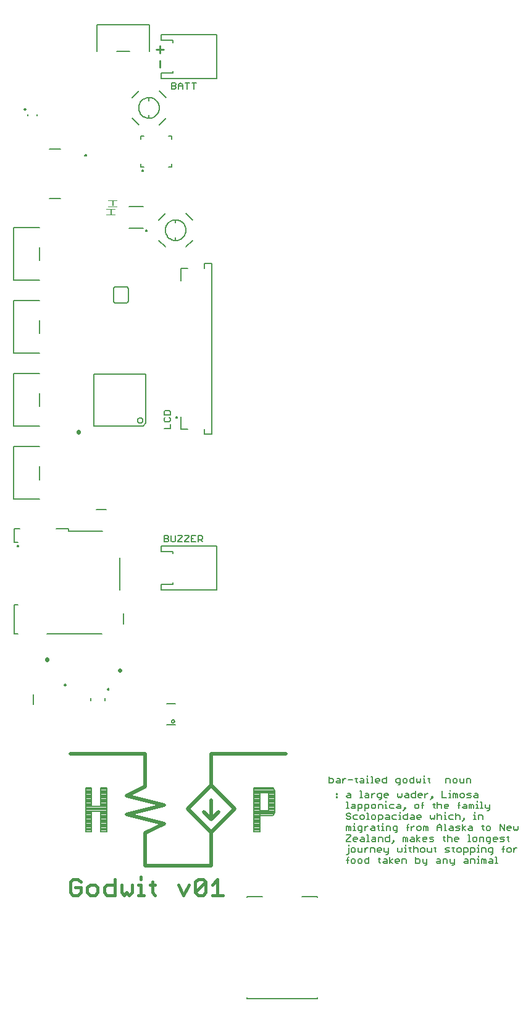
<source format=gto>
G75*
G70*
%OFA0B0*%
%FSLAX24Y24*%
%IPPOS*%
%LPD*%
%AMOC8*
5,1,8,0,0,1.08239X$1,22.5*
%
%ADD10C,0.0150*%
%ADD11C,0.0080*%
%ADD12C,0.0060*%
%ADD13C,0.0100*%
%ADD14C,0.0050*%
%ADD15C,0.0040*%
%ADD16R,0.0050X0.0305*%
%ADD17C,0.0220*%
%ADD18C,0.0200*%
D10*
X007361Y005869D02*
X007503Y005727D01*
X007786Y005727D01*
X007928Y005869D01*
X007928Y006152D01*
X007644Y006152D01*
X007361Y006436D02*
X007361Y005869D01*
X007361Y006436D02*
X007503Y006578D01*
X007786Y006578D01*
X007928Y006436D01*
X008282Y006152D02*
X008282Y005869D01*
X008423Y005727D01*
X008707Y005727D01*
X008849Y005869D01*
X008849Y006152D01*
X008707Y006294D01*
X008423Y006294D01*
X008282Y006152D01*
X009202Y006152D02*
X009344Y006294D01*
X009770Y006294D01*
X009770Y006578D02*
X009770Y005727D01*
X009344Y005727D01*
X009202Y005869D01*
X009202Y006152D01*
X010123Y006294D02*
X010123Y005869D01*
X010265Y005727D01*
X010407Y005869D01*
X010549Y005727D01*
X010690Y005869D01*
X010690Y006294D01*
X011044Y006294D02*
X011186Y006294D01*
X011186Y005727D01*
X011044Y005727D02*
X011328Y005727D01*
X011658Y006294D02*
X011941Y006294D01*
X011800Y006436D02*
X011800Y005869D01*
X011941Y005727D01*
X011186Y006578D02*
X011186Y006719D01*
X013193Y006294D02*
X013476Y005727D01*
X013760Y006294D01*
X014113Y006436D02*
X014255Y006578D01*
X014539Y006578D01*
X014680Y006436D01*
X014113Y005869D01*
X014255Y005727D01*
X014539Y005727D01*
X014680Y005869D01*
X014680Y006436D01*
X014113Y006436D02*
X014113Y005869D01*
X015034Y005727D02*
X015601Y005727D01*
X015318Y005727D02*
X015318Y006578D01*
X015034Y006294D01*
D11*
X016912Y005652D02*
X016912Y005612D01*
X016912Y005652D02*
X017739Y005652D01*
X019865Y005652D02*
X020691Y005652D01*
X020691Y005612D01*
X018299Y010037D02*
X018266Y010026D01*
X018231Y010022D01*
X017601Y010022D01*
X017601Y010297D01*
X018073Y010297D01*
X018073Y011242D01*
X017601Y011242D01*
X017601Y009156D01*
X017286Y009156D01*
X017286Y011518D01*
X018231Y011518D01*
X018266Y011514D01*
X018299Y011502D01*
X018329Y011484D01*
X018354Y011459D01*
X018373Y011429D01*
X018384Y011396D01*
X018388Y011360D01*
X018388Y010179D01*
X018384Y010144D01*
X018373Y010111D01*
X018354Y010081D01*
X018329Y010056D01*
X018299Y010037D01*
X018281Y010031D02*
X017601Y010031D01*
X017286Y010031D01*
X017286Y009953D02*
X017601Y009953D01*
X017601Y009874D02*
X017286Y009874D01*
X017286Y009796D02*
X017601Y009796D01*
X017601Y009717D02*
X017286Y009717D01*
X017286Y009639D02*
X017601Y009639D01*
X017601Y009560D02*
X017286Y009560D01*
X017286Y009482D02*
X017601Y009482D01*
X017601Y009403D02*
X017286Y009403D01*
X017286Y009325D02*
X017601Y009325D01*
X017601Y009246D02*
X017286Y009246D01*
X017286Y009168D02*
X017601Y009168D01*
X017601Y010110D02*
X017286Y010110D01*
X017286Y010188D02*
X017601Y010188D01*
X018388Y010188D01*
X018388Y010267D02*
X017601Y010267D01*
X017286Y010267D01*
X017286Y010345D02*
X017601Y010345D01*
X017601Y010424D02*
X017286Y010424D01*
X017286Y010502D02*
X017601Y010502D01*
X017601Y010581D02*
X017286Y010581D01*
X017286Y010659D02*
X017601Y010659D01*
X017601Y010738D02*
X017286Y010738D01*
X017286Y010816D02*
X017601Y010816D01*
X017601Y010895D02*
X017286Y010895D01*
X017286Y010973D02*
X017601Y010973D01*
X017601Y011052D02*
X017286Y011052D01*
X017286Y011130D02*
X017601Y011130D01*
X017601Y011209D02*
X017286Y011209D01*
X017286Y011287D02*
X018388Y011287D01*
X018388Y011209D02*
X018073Y011209D01*
X018073Y011130D02*
X018388Y011130D01*
X018388Y011052D02*
X018073Y011052D01*
X018073Y010973D02*
X018388Y010973D01*
X018388Y010895D02*
X018073Y010895D01*
X018073Y010816D02*
X018388Y010816D01*
X018388Y010738D02*
X018073Y010738D01*
X018073Y010659D02*
X018388Y010659D01*
X018388Y010581D02*
X018073Y010581D01*
X018073Y010502D02*
X018388Y010502D01*
X018388Y010424D02*
X018073Y010424D01*
X018073Y010345D02*
X018388Y010345D01*
X018372Y010110D02*
X017601Y010110D01*
X017286Y011366D02*
X018388Y011366D01*
X018363Y011444D02*
X017286Y011444D01*
X013034Y014923D02*
X012561Y014923D01*
X012837Y015101D02*
X012839Y015119D01*
X012845Y015135D01*
X012854Y015150D01*
X012867Y015163D01*
X012882Y015172D01*
X012898Y015178D01*
X012916Y015180D01*
X012934Y015178D01*
X012950Y015172D01*
X012965Y015163D01*
X012978Y015150D01*
X012987Y015135D01*
X012993Y015119D01*
X012995Y015101D01*
X012993Y015083D01*
X012987Y015067D01*
X012978Y015052D01*
X012965Y015039D01*
X012950Y015030D01*
X012934Y015024D01*
X012916Y015022D01*
X012898Y015024D01*
X012882Y015030D01*
X012867Y015039D01*
X012854Y015052D01*
X012845Y015067D01*
X012839Y015083D01*
X012837Y015101D01*
X013034Y016065D02*
X012561Y016065D01*
X010239Y020337D02*
X010239Y020927D01*
X010042Y022187D02*
X010042Y023920D01*
X009097Y025337D02*
X007286Y025337D01*
X007286Y025494D01*
X006617Y025494D01*
X005711Y027069D02*
X004294Y027069D01*
X004294Y029904D01*
X005711Y029904D01*
X005711Y028841D02*
X005711Y028132D01*
X004648Y025494D02*
X004333Y025494D01*
X004333Y024746D01*
X004530Y024746D01*
X004491Y024549D02*
X004493Y024561D01*
X004498Y024572D01*
X004507Y024581D01*
X004518Y024586D01*
X004530Y024588D01*
X004542Y024586D01*
X004553Y024581D01*
X004562Y024572D01*
X004567Y024561D01*
X004569Y024549D01*
X004567Y024537D01*
X004562Y024526D01*
X004553Y024517D01*
X004542Y024512D01*
X004530Y024510D01*
X004518Y024512D01*
X004507Y024517D01*
X004498Y024526D01*
X004493Y024537D01*
X004491Y024549D01*
X004530Y021400D02*
X004333Y021400D01*
X004333Y019825D01*
X004530Y019825D01*
X006105Y019825D02*
X009058Y019825D01*
X009373Y016833D02*
X009375Y016845D01*
X009380Y016856D01*
X009389Y016865D01*
X009400Y016870D01*
X009412Y016872D01*
X009424Y016870D01*
X009435Y016865D01*
X009444Y016856D01*
X009449Y016845D01*
X009451Y016833D01*
X009449Y016821D01*
X009444Y016810D01*
X009435Y016801D01*
X009424Y016796D01*
X009412Y016794D01*
X009400Y016796D01*
X009389Y016801D01*
X009380Y016810D01*
X009375Y016821D01*
X009373Y016833D01*
X009254Y016360D02*
X009254Y016203D01*
X008467Y016203D02*
X008467Y016360D01*
X007050Y017069D02*
X007052Y017081D01*
X007057Y017092D01*
X007066Y017101D01*
X007077Y017106D01*
X007089Y017108D01*
X007101Y017106D01*
X007112Y017101D01*
X007121Y017092D01*
X007126Y017081D01*
X007128Y017069D01*
X007126Y017057D01*
X007121Y017046D01*
X007112Y017037D01*
X007101Y017032D01*
X007089Y017030D01*
X007077Y017032D01*
X007066Y017037D01*
X007057Y017046D01*
X007052Y017057D01*
X007050Y017069D01*
X005357Y016557D02*
X005357Y016006D01*
X008191Y011518D02*
X008191Y009156D01*
X008506Y009156D01*
X008506Y010258D01*
X009018Y010258D01*
X009018Y009156D01*
X009333Y009156D01*
X009333Y011518D01*
X009018Y011518D01*
X009018Y010534D01*
X008506Y010534D01*
X008506Y011518D01*
X008191Y011518D01*
X008191Y011444D02*
X008506Y011444D01*
X008506Y011366D02*
X008191Y011366D01*
X008191Y011287D02*
X008506Y011287D01*
X008506Y011209D02*
X008191Y011209D01*
X008191Y011130D02*
X008506Y011130D01*
X008506Y011052D02*
X008191Y011052D01*
X008191Y010973D02*
X008506Y010973D01*
X008506Y010895D02*
X008191Y010895D01*
X008191Y010816D02*
X008506Y010816D01*
X008506Y010738D02*
X008191Y010738D01*
X008191Y010659D02*
X008506Y010659D01*
X008506Y010581D02*
X008191Y010581D01*
X008191Y010502D02*
X009333Y010502D01*
X009333Y010424D02*
X008191Y010424D01*
X008191Y010345D02*
X009333Y010345D01*
X009333Y010267D02*
X008191Y010267D01*
X008191Y010188D02*
X008506Y010188D01*
X008506Y010110D02*
X008191Y010110D01*
X008191Y010031D02*
X008506Y010031D01*
X008506Y009953D02*
X008191Y009953D01*
X008191Y009874D02*
X008506Y009874D01*
X008506Y009796D02*
X008191Y009796D01*
X008191Y009717D02*
X008506Y009717D01*
X008506Y009639D02*
X008191Y009639D01*
X008191Y009560D02*
X008506Y009560D01*
X008506Y009482D02*
X008191Y009482D01*
X008191Y009403D02*
X008506Y009403D01*
X008506Y009325D02*
X008191Y009325D01*
X008191Y009246D02*
X008506Y009246D01*
X008506Y009168D02*
X008191Y009168D01*
X009018Y009168D02*
X009333Y009168D01*
X009333Y009246D02*
X009018Y009246D01*
X009018Y009325D02*
X009333Y009325D01*
X009333Y009403D02*
X009018Y009403D01*
X009018Y009482D02*
X009333Y009482D01*
X009333Y009560D02*
X009018Y009560D01*
X009018Y009639D02*
X009333Y009639D01*
X009333Y009717D02*
X009018Y009717D01*
X009018Y009796D02*
X009333Y009796D01*
X009333Y009874D02*
X009018Y009874D01*
X009018Y009953D02*
X009333Y009953D01*
X009333Y010031D02*
X009018Y010031D01*
X009018Y010110D02*
X009333Y010110D01*
X009333Y010188D02*
X009018Y010188D01*
X009018Y010581D02*
X009333Y010581D01*
X009333Y010659D02*
X009018Y010659D01*
X009018Y010738D02*
X009333Y010738D01*
X009333Y010816D02*
X009018Y010816D01*
X009018Y010895D02*
X009333Y010895D01*
X009333Y010973D02*
X009018Y010973D01*
X009018Y011052D02*
X009333Y011052D01*
X009333Y011130D02*
X009018Y011130D01*
X009018Y011209D02*
X009333Y011209D01*
X009333Y011287D02*
X009018Y011287D01*
X009018Y011366D02*
X009333Y011366D01*
X009333Y011444D02*
X009018Y011444D01*
X016912Y000219D02*
X016912Y000140D01*
X020691Y000140D01*
X020691Y000219D01*
X009294Y026518D02*
X008782Y026518D01*
X005711Y031006D02*
X004294Y031006D01*
X004294Y033841D01*
X005711Y033841D01*
X005711Y032778D02*
X005711Y032069D01*
X005711Y034943D02*
X004294Y034943D01*
X004294Y037778D01*
X005711Y037778D01*
X005711Y036715D02*
X005711Y036006D01*
X005711Y038880D02*
X004294Y038880D01*
X004294Y041715D01*
X005711Y041715D01*
X005711Y040652D02*
X005711Y039943D01*
X006223Y043290D02*
X006853Y043290D01*
X008152Y045612D02*
X008154Y045624D01*
X008159Y045635D01*
X008168Y045644D01*
X008179Y045649D01*
X008191Y045651D01*
X008203Y045649D01*
X008214Y045644D01*
X008223Y045635D01*
X008228Y045624D01*
X008230Y045612D01*
X008228Y045600D01*
X008223Y045589D01*
X008214Y045580D01*
X008203Y045575D01*
X008191Y045573D01*
X008179Y045575D01*
X008168Y045580D01*
X008159Y045589D01*
X008154Y045600D01*
X008152Y045612D01*
X006853Y045967D02*
X006223Y045967D01*
X005563Y047740D02*
X005563Y047815D01*
X005071Y047815D02*
X005071Y047740D01*
X004885Y048093D02*
X004887Y048105D01*
X004892Y048116D01*
X004901Y048125D01*
X004912Y048130D01*
X004924Y048132D01*
X004936Y048130D01*
X004947Y048125D01*
X004956Y048116D01*
X004961Y048105D01*
X004963Y048093D01*
X004961Y048081D01*
X004956Y048070D01*
X004947Y048061D01*
X004936Y048056D01*
X004924Y048054D01*
X004912Y048056D01*
X004901Y048061D01*
X004892Y048070D01*
X004887Y048081D01*
X004885Y048093D01*
X008802Y051223D02*
X008802Y052640D01*
X011636Y052640D01*
X011636Y051223D01*
X010573Y051223D02*
X009865Y051223D01*
X011065Y049077D02*
X010711Y048723D01*
X011617Y048723D02*
X011617Y048565D01*
X011060Y048171D02*
X011062Y048218D01*
X011068Y048264D01*
X011077Y048310D01*
X011091Y048354D01*
X011108Y048398D01*
X011129Y048439D01*
X011153Y048479D01*
X011180Y048517D01*
X011211Y048552D01*
X011244Y048585D01*
X011280Y048615D01*
X011319Y048641D01*
X011359Y048665D01*
X011401Y048684D01*
X011445Y048701D01*
X011490Y048713D01*
X011536Y048722D01*
X011582Y048727D01*
X011629Y048728D01*
X011675Y048725D01*
X011721Y048718D01*
X011767Y048707D01*
X011811Y048693D01*
X011854Y048675D01*
X011895Y048653D01*
X011935Y048628D01*
X011972Y048600D01*
X012007Y048569D01*
X012039Y048535D01*
X012068Y048498D01*
X012093Y048460D01*
X012116Y048419D01*
X012135Y048376D01*
X012150Y048332D01*
X012162Y048287D01*
X012170Y048241D01*
X012174Y048194D01*
X012174Y048148D01*
X012170Y048101D01*
X012162Y048055D01*
X012150Y048010D01*
X012135Y047966D01*
X012116Y047923D01*
X012093Y047882D01*
X012068Y047844D01*
X012039Y047807D01*
X012007Y047773D01*
X011972Y047742D01*
X011935Y047714D01*
X011896Y047689D01*
X011854Y047667D01*
X011811Y047649D01*
X011767Y047635D01*
X011721Y047624D01*
X011675Y047617D01*
X011629Y047614D01*
X011582Y047615D01*
X011536Y047620D01*
X011490Y047629D01*
X011445Y047641D01*
X011401Y047658D01*
X011359Y047677D01*
X011319Y047701D01*
X011280Y047727D01*
X011244Y047757D01*
X011211Y047790D01*
X011180Y047825D01*
X011153Y047863D01*
X011129Y047903D01*
X011108Y047944D01*
X011091Y047988D01*
X011077Y048032D01*
X011068Y048078D01*
X011062Y048124D01*
X011060Y048171D01*
X010711Y047620D02*
X011065Y047266D01*
X011184Y046636D02*
X011341Y046636D01*
X011184Y046636D02*
X011184Y046479D01*
X011617Y047620D02*
X011617Y047778D01*
X012168Y047266D02*
X012522Y047620D01*
X012680Y046636D02*
X012837Y046636D01*
X012837Y046479D01*
X012837Y045140D02*
X012837Y044983D01*
X012680Y044983D01*
X011341Y044983D02*
X011184Y044983D01*
X011184Y045140D01*
X011223Y044786D02*
X011225Y044798D01*
X011230Y044809D01*
X011239Y044818D01*
X011250Y044823D01*
X011262Y044825D01*
X011274Y044823D01*
X011285Y044818D01*
X011294Y044809D01*
X011299Y044798D01*
X011301Y044786D01*
X011299Y044774D01*
X011294Y044763D01*
X011285Y044754D01*
X011274Y044749D01*
X011262Y044747D01*
X011250Y044749D01*
X011239Y044754D01*
X011230Y044763D01*
X011225Y044774D01*
X011223Y044786D01*
X011321Y042857D02*
X010534Y042857D01*
X010534Y041675D02*
X011321Y041675D01*
X011440Y041557D02*
X011442Y041569D01*
X011447Y041580D01*
X011456Y041589D01*
X011467Y041594D01*
X011479Y041596D01*
X011491Y041594D01*
X011502Y041589D01*
X011511Y041580D01*
X011516Y041569D01*
X011518Y041557D01*
X011516Y041545D01*
X011511Y041534D01*
X011502Y041525D01*
X011491Y041520D01*
X011479Y041518D01*
X011467Y041520D01*
X011456Y041525D01*
X011447Y041534D01*
X011442Y041545D01*
X011440Y041557D01*
X012148Y041026D02*
X012502Y040671D01*
X013054Y041026D02*
X013054Y041183D01*
X012497Y041577D02*
X012499Y041624D01*
X012505Y041670D01*
X012514Y041716D01*
X012528Y041760D01*
X012545Y041804D01*
X012566Y041845D01*
X012590Y041885D01*
X012617Y041923D01*
X012648Y041958D01*
X012681Y041991D01*
X012717Y042021D01*
X012756Y042047D01*
X012796Y042071D01*
X012838Y042090D01*
X012882Y042107D01*
X012927Y042119D01*
X012973Y042128D01*
X013019Y042133D01*
X013066Y042134D01*
X013112Y042131D01*
X013158Y042124D01*
X013204Y042113D01*
X013248Y042099D01*
X013291Y042081D01*
X013332Y042059D01*
X013372Y042034D01*
X013409Y042006D01*
X013444Y041975D01*
X013476Y041941D01*
X013505Y041904D01*
X013530Y041866D01*
X013553Y041825D01*
X013572Y041782D01*
X013587Y041738D01*
X013599Y041693D01*
X013607Y041647D01*
X013611Y041600D01*
X013611Y041554D01*
X013607Y041507D01*
X013599Y041461D01*
X013587Y041416D01*
X013572Y041372D01*
X013553Y041329D01*
X013530Y041288D01*
X013505Y041250D01*
X013476Y041213D01*
X013444Y041179D01*
X013409Y041148D01*
X013372Y041120D01*
X013333Y041095D01*
X013291Y041073D01*
X013248Y041055D01*
X013204Y041041D01*
X013158Y041030D01*
X013112Y041023D01*
X013066Y041020D01*
X013019Y041021D01*
X012973Y041026D01*
X012927Y041035D01*
X012882Y041047D01*
X012838Y041064D01*
X012796Y041083D01*
X012756Y041107D01*
X012717Y041133D01*
X012681Y041163D01*
X012648Y041196D01*
X012617Y041231D01*
X012590Y041269D01*
X012566Y041309D01*
X012545Y041350D01*
X012528Y041394D01*
X012514Y041438D01*
X012505Y041484D01*
X012499Y041530D01*
X012497Y041577D01*
X012148Y042128D02*
X012502Y042483D01*
X013054Y042128D02*
X013054Y041971D01*
X013605Y042483D02*
X013959Y042128D01*
X013959Y041026D02*
X013605Y040671D01*
X013703Y039510D02*
X013349Y039510D01*
X013349Y038841D01*
X014609Y039510D02*
X014609Y039786D01*
X015002Y039786D01*
X015002Y030573D01*
X014609Y030573D01*
X014609Y030849D01*
X013703Y030849D02*
X013349Y030849D01*
X013349Y031518D01*
X013074Y031479D02*
X013076Y031491D01*
X013081Y031502D01*
X013090Y031511D01*
X013101Y031516D01*
X013113Y031518D01*
X013125Y031516D01*
X013136Y031511D01*
X013145Y031502D01*
X013150Y031491D01*
X013152Y031479D01*
X013150Y031467D01*
X013145Y031456D01*
X013136Y031447D01*
X013125Y031442D01*
X013113Y031440D01*
X013101Y031442D01*
X013090Y031447D01*
X013081Y031456D01*
X013076Y031467D01*
X013074Y031479D01*
X012522Y048723D02*
X012168Y049077D01*
D12*
X012828Y049186D02*
X012998Y049186D01*
X013055Y049242D01*
X013055Y049299D01*
X012998Y049356D01*
X012828Y049356D01*
X012998Y049356D02*
X013055Y049413D01*
X013055Y049469D01*
X012998Y049526D01*
X012828Y049526D01*
X012828Y049186D01*
X013196Y049186D02*
X013196Y049413D01*
X013309Y049526D01*
X013423Y049413D01*
X013423Y049186D01*
X013423Y049356D02*
X013196Y049356D01*
X013564Y049526D02*
X013791Y049526D01*
X013678Y049526D02*
X013678Y049186D01*
X013933Y049526D02*
X014159Y049526D01*
X014046Y049526D02*
X014046Y049186D01*
X010396Y038526D02*
X009806Y038526D01*
X009805Y038527D02*
X009787Y038523D01*
X009769Y038517D01*
X009752Y038507D01*
X009738Y038495D01*
X009725Y038480D01*
X009716Y038464D01*
X009710Y038446D01*
X009706Y038427D01*
X009706Y038408D01*
X009707Y038408D02*
X009707Y037778D01*
X009706Y037778D02*
X009706Y037759D01*
X009710Y037740D01*
X009716Y037722D01*
X009726Y037706D01*
X009738Y037691D01*
X009752Y037679D01*
X009769Y037669D01*
X009786Y037663D01*
X009805Y037659D01*
X009806Y037660D02*
X010396Y037660D01*
X010396Y037659D02*
X010415Y037663D01*
X010432Y037669D01*
X010449Y037679D01*
X010463Y037691D01*
X010475Y037706D01*
X010485Y037722D01*
X010491Y037740D01*
X010495Y037759D01*
X010495Y037778D01*
X010495Y038408D01*
X010495Y038427D01*
X010491Y038446D01*
X010485Y038464D01*
X010475Y038480D01*
X010463Y038495D01*
X010449Y038507D01*
X010432Y038517D01*
X010415Y038523D01*
X010396Y038527D01*
X011442Y033823D02*
X008642Y033823D01*
X008642Y031023D01*
X011292Y031023D01*
X011442Y031173D01*
X011442Y033823D01*
X012484Y031842D02*
X012427Y031785D01*
X012427Y031615D01*
X012768Y031615D01*
X012768Y031785D01*
X012711Y031842D01*
X012484Y031842D01*
X012484Y031474D02*
X012427Y031417D01*
X012427Y031304D01*
X012484Y031247D01*
X012711Y031247D01*
X012768Y031304D01*
X012768Y031417D01*
X012711Y031474D01*
X012768Y031106D02*
X012768Y030879D01*
X012427Y030879D01*
X011001Y031323D02*
X011003Y031346D01*
X011009Y031369D01*
X011018Y031390D01*
X011031Y031410D01*
X011047Y031427D01*
X011065Y031441D01*
X011085Y031452D01*
X011107Y031460D01*
X011130Y031464D01*
X011154Y031464D01*
X011177Y031460D01*
X011199Y031452D01*
X011219Y031441D01*
X011237Y031427D01*
X011253Y031410D01*
X011266Y031390D01*
X011275Y031369D01*
X011281Y031346D01*
X011283Y031323D01*
X011281Y031300D01*
X011275Y031277D01*
X011266Y031256D01*
X011253Y031236D01*
X011237Y031219D01*
X011219Y031205D01*
X011199Y031194D01*
X011177Y031186D01*
X011154Y031182D01*
X011130Y031182D01*
X011107Y031186D01*
X011085Y031194D01*
X011065Y031205D01*
X011047Y031219D01*
X011031Y031236D01*
X011018Y031256D01*
X011009Y031277D01*
X011003Y031300D01*
X011001Y031323D01*
X012434Y025117D02*
X012604Y025117D01*
X012661Y025060D01*
X012661Y025003D01*
X012604Y024946D01*
X012434Y024946D01*
X012434Y024776D02*
X012604Y024776D01*
X012661Y024833D01*
X012661Y024890D01*
X012604Y024946D01*
X012802Y024833D02*
X012802Y025117D01*
X013029Y025117D02*
X013029Y024833D01*
X012972Y024776D01*
X012859Y024776D01*
X012802Y024833D01*
X013171Y024833D02*
X013171Y024776D01*
X013397Y024776D01*
X013539Y024776D02*
X013766Y024776D01*
X013907Y024776D02*
X014134Y024776D01*
X014276Y024776D02*
X014276Y025117D01*
X014446Y025117D01*
X014502Y025060D01*
X014502Y024946D01*
X014446Y024890D01*
X014276Y024890D01*
X014389Y024890D02*
X014502Y024776D01*
X014134Y025117D02*
X013907Y025117D01*
X013907Y024776D01*
X013907Y024946D02*
X014021Y024946D01*
X013766Y025060D02*
X013539Y024833D01*
X013539Y024776D01*
X013397Y025060D02*
X013171Y024833D01*
X013171Y025117D02*
X013397Y025117D01*
X013397Y025060D01*
X013539Y025117D02*
X013766Y025117D01*
X013766Y025060D01*
X012434Y025117D02*
X012434Y024776D01*
X021332Y012124D02*
X021332Y011784D01*
X021502Y011784D01*
X021558Y011841D01*
X021558Y011954D01*
X021502Y012011D01*
X021332Y012011D01*
X021700Y011841D02*
X021757Y011898D01*
X021927Y011898D01*
X021927Y011954D02*
X021927Y011784D01*
X021757Y011784D01*
X021700Y011841D01*
X021757Y012011D02*
X021870Y012011D01*
X021927Y011954D01*
X022068Y011898D02*
X022182Y012011D01*
X022238Y012011D01*
X022375Y011954D02*
X022602Y011954D01*
X022743Y012011D02*
X022857Y012011D01*
X022800Y012068D02*
X022800Y011841D01*
X022857Y011784D01*
X022989Y011841D02*
X023046Y011898D01*
X023216Y011898D01*
X023216Y011954D02*
X023216Y011784D01*
X023046Y011784D01*
X022989Y011841D01*
X023046Y012011D02*
X023159Y012011D01*
X023216Y011954D01*
X023357Y012011D02*
X023414Y012011D01*
X023414Y011784D01*
X023357Y011784D02*
X023471Y011784D01*
X023603Y011784D02*
X023716Y011784D01*
X023660Y011784D02*
X023660Y012124D01*
X023603Y012124D01*
X023414Y012124D02*
X023414Y012181D01*
X023848Y011954D02*
X023905Y012011D01*
X024019Y012011D01*
X024075Y011954D01*
X024075Y011898D01*
X023848Y011898D01*
X023848Y011954D02*
X023848Y011841D01*
X023905Y011784D01*
X024019Y011784D01*
X024217Y011841D02*
X024217Y011954D01*
X024273Y012011D01*
X024444Y012011D01*
X024444Y012124D02*
X024444Y011784D01*
X024273Y011784D01*
X024217Y011841D01*
X024162Y011224D02*
X023992Y011224D01*
X023935Y011167D01*
X023935Y011053D01*
X023992Y010997D01*
X024162Y010997D01*
X024162Y010940D02*
X024162Y011224D01*
X024304Y011167D02*
X024360Y011224D01*
X024474Y011224D01*
X024530Y011167D01*
X024530Y011110D01*
X024304Y011110D01*
X024304Y011053D02*
X024304Y011167D01*
X024304Y011053D02*
X024360Y010997D01*
X024474Y010997D01*
X024420Y010803D02*
X024420Y010747D01*
X024420Y010633D02*
X024420Y010406D01*
X024364Y010406D02*
X024477Y010406D01*
X024609Y010463D02*
X024666Y010406D01*
X024836Y010406D01*
X024977Y010463D02*
X025034Y010520D01*
X025204Y010520D01*
X025204Y010576D02*
X025204Y010406D01*
X025034Y010406D01*
X024977Y010463D01*
X025034Y010633D02*
X025148Y010633D01*
X025204Y010576D01*
X025403Y010463D02*
X025403Y010406D01*
X025459Y010406D01*
X025459Y010463D01*
X025403Y010463D01*
X025459Y010406D02*
X025346Y010293D01*
X025157Y010213D02*
X025157Y010156D01*
X025157Y010043D02*
X025157Y009816D01*
X025100Y009816D02*
X025214Y009816D01*
X025346Y009872D02*
X025346Y009986D01*
X025403Y010043D01*
X025573Y010043D01*
X025573Y010156D02*
X025573Y009816D01*
X025403Y009816D01*
X025346Y009872D01*
X025157Y010043D02*
X025100Y010043D01*
X024959Y010043D02*
X024789Y010043D01*
X024732Y009986D01*
X024732Y009872D01*
X024789Y009816D01*
X024959Y009816D01*
X024590Y009816D02*
X024420Y009816D01*
X024364Y009872D01*
X024420Y009929D01*
X024590Y009929D01*
X024590Y009986D02*
X024590Y009816D01*
X024590Y009986D02*
X024534Y010043D01*
X024420Y010043D01*
X024222Y009986D02*
X024222Y009872D01*
X024165Y009816D01*
X023995Y009816D01*
X023995Y009702D02*
X023995Y010043D01*
X024165Y010043D01*
X024222Y009986D01*
X024236Y009622D02*
X024236Y009565D01*
X024236Y009452D02*
X024236Y009225D01*
X024179Y009225D02*
X024293Y009225D01*
X024425Y009225D02*
X024425Y009452D01*
X024595Y009452D01*
X024652Y009395D01*
X024652Y009225D01*
X024793Y009282D02*
X024850Y009225D01*
X025020Y009225D01*
X025020Y009168D02*
X025020Y009452D01*
X024850Y009452D01*
X024793Y009395D01*
X024793Y009282D01*
X024907Y009112D02*
X024963Y009112D01*
X025020Y009168D01*
X025346Y008861D02*
X025403Y008861D01*
X025459Y008805D01*
X025516Y008861D01*
X025573Y008805D01*
X025573Y008635D01*
X025459Y008635D02*
X025459Y008805D01*
X025346Y008861D02*
X025346Y008635D01*
X025464Y008441D02*
X025464Y008384D01*
X025464Y008271D02*
X025464Y008044D01*
X025407Y008044D02*
X025521Y008044D01*
X025709Y008101D02*
X025766Y008044D01*
X025709Y008101D02*
X025709Y008328D01*
X025653Y008271D02*
X025766Y008271D01*
X025898Y008214D02*
X025955Y008271D01*
X026068Y008271D01*
X026125Y008214D01*
X026125Y008044D01*
X026267Y008101D02*
X026323Y008044D01*
X026437Y008044D01*
X026493Y008101D01*
X026493Y008214D01*
X026437Y008271D01*
X026323Y008271D01*
X026267Y008214D01*
X026267Y008101D01*
X026635Y008101D02*
X026692Y008044D01*
X026862Y008044D01*
X026862Y008271D01*
X027003Y008271D02*
X027117Y008271D01*
X027060Y008328D02*
X027060Y008101D01*
X027117Y008044D01*
X027183Y007680D02*
X027296Y007680D01*
X027353Y007624D01*
X027353Y007453D01*
X027183Y007453D01*
X027126Y007510D01*
X027183Y007567D01*
X027353Y007567D01*
X027494Y007680D02*
X027664Y007680D01*
X027721Y007624D01*
X027721Y007453D01*
X027863Y007510D02*
X027919Y007453D01*
X028089Y007453D01*
X028089Y007397D02*
X028089Y007680D01*
X027863Y007680D02*
X027863Y007510D01*
X027976Y007340D02*
X028033Y007340D01*
X028089Y007397D01*
X028599Y007510D02*
X028656Y007567D01*
X028826Y007567D01*
X028826Y007624D02*
X028826Y007453D01*
X028656Y007453D01*
X028599Y007510D01*
X028656Y007680D02*
X028769Y007680D01*
X028826Y007624D01*
X028968Y007680D02*
X029138Y007680D01*
X029194Y007624D01*
X029194Y007453D01*
X029336Y007453D02*
X029449Y007453D01*
X029393Y007453D02*
X029393Y007680D01*
X029336Y007680D01*
X029393Y007794D02*
X029393Y007850D01*
X029393Y008044D02*
X029393Y008271D01*
X029336Y008271D01*
X029393Y008384D02*
X029393Y008441D01*
X029459Y008635D02*
X029459Y008861D01*
X029629Y008861D01*
X029685Y008805D01*
X029685Y008635D01*
X029827Y008691D02*
X029884Y008635D01*
X030054Y008635D01*
X030054Y008578D02*
X030054Y008861D01*
X029884Y008861D01*
X029827Y008805D01*
X029827Y008691D01*
X029940Y008521D02*
X029997Y008521D01*
X030054Y008578D01*
X030195Y008691D02*
X030195Y008805D01*
X030252Y008861D01*
X030365Y008861D01*
X030422Y008805D01*
X030422Y008748D01*
X030195Y008748D01*
X030195Y008691D02*
X030252Y008635D01*
X030365Y008635D01*
X030564Y008635D02*
X030734Y008635D01*
X030790Y008691D01*
X030734Y008748D01*
X030620Y008748D01*
X030564Y008805D01*
X030620Y008861D01*
X030790Y008861D01*
X030932Y008861D02*
X031045Y008861D01*
X030989Y008918D02*
X030989Y008691D01*
X031045Y008635D01*
X030800Y008384D02*
X030743Y008328D01*
X030743Y008044D01*
X030686Y008214D02*
X030800Y008214D01*
X030932Y008214D02*
X030932Y008101D01*
X030989Y008044D01*
X031102Y008044D01*
X031159Y008101D01*
X031159Y008214D01*
X031102Y008271D01*
X030989Y008271D01*
X030932Y008214D01*
X031300Y008157D02*
X031414Y008271D01*
X031470Y008271D01*
X031300Y008271D02*
X031300Y008044D01*
X030431Y007453D02*
X030318Y007453D01*
X030375Y007453D02*
X030375Y007794D01*
X030318Y007794D01*
X030177Y007624D02*
X030177Y007453D01*
X030006Y007453D01*
X029950Y007510D01*
X030006Y007567D01*
X030177Y007567D01*
X030177Y007624D02*
X030120Y007680D01*
X030006Y007680D01*
X029808Y007624D02*
X029808Y007453D01*
X029695Y007453D02*
X029695Y007624D01*
X029752Y007680D01*
X029808Y007624D01*
X029695Y007624D02*
X029638Y007680D01*
X029581Y007680D01*
X029581Y007453D01*
X029581Y008044D02*
X029581Y008271D01*
X029752Y008271D01*
X029808Y008214D01*
X029808Y008044D01*
X029950Y008101D02*
X030006Y008044D01*
X030177Y008044D01*
X030177Y007987D02*
X030177Y008271D01*
X030006Y008271D01*
X029950Y008214D01*
X029950Y008101D01*
X030063Y007931D02*
X030120Y007931D01*
X030177Y007987D01*
X029449Y008044D02*
X029336Y008044D01*
X029194Y008101D02*
X029138Y008044D01*
X028968Y008044D01*
X028968Y007931D02*
X028968Y008271D01*
X029138Y008271D01*
X029194Y008214D01*
X029194Y008101D01*
X028826Y008101D02*
X028769Y008044D01*
X028599Y008044D01*
X028599Y007931D02*
X028599Y008271D01*
X028769Y008271D01*
X028826Y008214D01*
X028826Y008101D01*
X028458Y008101D02*
X028458Y008214D01*
X028401Y008271D01*
X028288Y008271D01*
X028231Y008214D01*
X028231Y008101D01*
X028288Y008044D01*
X028401Y008044D01*
X028458Y008101D01*
X028099Y008044D02*
X028042Y008101D01*
X028042Y008328D01*
X027985Y008271D02*
X028099Y008271D01*
X027844Y008271D02*
X027674Y008271D01*
X027617Y008214D01*
X027674Y008157D01*
X027787Y008157D01*
X027844Y008101D01*
X027787Y008044D01*
X027617Y008044D01*
X027494Y007680D02*
X027494Y007453D01*
X027608Y008635D02*
X027551Y008691D01*
X027551Y008918D01*
X027494Y008861D02*
X027608Y008861D01*
X027740Y008805D02*
X027797Y008861D01*
X027910Y008861D01*
X027967Y008805D01*
X027967Y008635D01*
X028108Y008691D02*
X028108Y008805D01*
X028165Y008861D01*
X028278Y008861D01*
X028335Y008805D01*
X028335Y008748D01*
X028108Y008748D01*
X028108Y008691D02*
X028165Y008635D01*
X028278Y008635D01*
X027740Y008635D02*
X027740Y008975D01*
X027669Y009225D02*
X027556Y009225D01*
X027612Y009225D02*
X027612Y009565D01*
X027556Y009565D01*
X027414Y009452D02*
X027414Y009225D01*
X027414Y009395D02*
X027187Y009395D01*
X027187Y009452D02*
X027301Y009565D01*
X027414Y009452D01*
X027187Y009452D02*
X027187Y009225D01*
X026985Y008861D02*
X026814Y008861D01*
X026758Y008805D01*
X026814Y008748D01*
X026928Y008748D01*
X026985Y008691D01*
X026928Y008635D01*
X026758Y008635D01*
X026616Y008748D02*
X026389Y008748D01*
X026389Y008805D02*
X026446Y008861D01*
X026559Y008861D01*
X026616Y008805D01*
X026616Y008748D01*
X026559Y008635D02*
X026446Y008635D01*
X026389Y008691D01*
X026389Y008805D01*
X026253Y008861D02*
X026082Y008748D01*
X026253Y008635D01*
X026082Y008635D02*
X026082Y008975D01*
X025941Y008805D02*
X025941Y008635D01*
X025771Y008635D01*
X025714Y008691D01*
X025771Y008748D01*
X025941Y008748D01*
X025941Y008805D02*
X025884Y008861D01*
X025771Y008861D01*
X025775Y009225D02*
X025775Y009452D01*
X025775Y009339D02*
X025889Y009452D01*
X025946Y009452D01*
X026082Y009395D02*
X026082Y009282D01*
X026139Y009225D01*
X026253Y009225D01*
X026309Y009282D01*
X026309Y009395D01*
X026253Y009452D01*
X026139Y009452D01*
X026082Y009395D01*
X026451Y009452D02*
X026507Y009452D01*
X026564Y009395D01*
X026621Y009452D01*
X026678Y009395D01*
X026678Y009225D01*
X026564Y009225D02*
X026564Y009395D01*
X026451Y009452D02*
X026451Y009225D01*
X026253Y009816D02*
X026139Y009816D01*
X026082Y009872D01*
X026082Y009986D01*
X026139Y010043D01*
X026253Y010043D01*
X026309Y009986D01*
X026309Y009929D01*
X026082Y009929D01*
X025941Y009929D02*
X025771Y009929D01*
X025714Y009872D01*
X025771Y009816D01*
X025941Y009816D01*
X025941Y009986D01*
X025884Y010043D01*
X025771Y010043D01*
X026016Y010406D02*
X025960Y010463D01*
X025960Y010576D01*
X026016Y010633D01*
X026130Y010633D01*
X026187Y010576D01*
X026187Y010463D01*
X026130Y010406D01*
X026016Y010406D01*
X026328Y010576D02*
X026441Y010576D01*
X026385Y010690D02*
X026441Y010747D01*
X026385Y010690D02*
X026385Y010406D01*
X026315Y010997D02*
X026202Y010997D01*
X026145Y011053D01*
X026145Y011167D01*
X026202Y011224D01*
X026315Y011224D01*
X026372Y011167D01*
X026372Y011110D01*
X026145Y011110D01*
X026004Y010997D02*
X026004Y011337D01*
X026004Y011224D02*
X025833Y011224D01*
X025777Y011167D01*
X025777Y011053D01*
X025833Y010997D01*
X026004Y010997D01*
X025635Y010997D02*
X025635Y011167D01*
X025579Y011224D01*
X025465Y011224D01*
X025465Y011110D02*
X025635Y011110D01*
X025635Y010997D02*
X025465Y010997D01*
X025408Y011053D01*
X025465Y011110D01*
X025267Y011053D02*
X025267Y011224D01*
X025267Y011053D02*
X025210Y010997D01*
X025154Y011053D01*
X025097Y010997D01*
X025040Y011053D01*
X025040Y011224D01*
X025067Y011671D02*
X025124Y011671D01*
X025180Y011727D01*
X025180Y012011D01*
X025010Y012011D01*
X024953Y011954D01*
X024953Y011841D01*
X025010Y011784D01*
X025180Y011784D01*
X025322Y011841D02*
X025378Y011784D01*
X025492Y011784D01*
X025549Y011841D01*
X025549Y011954D01*
X025492Y012011D01*
X025378Y012011D01*
X025322Y011954D01*
X025322Y011841D01*
X025690Y011841D02*
X025690Y011954D01*
X025747Y012011D01*
X025917Y012011D01*
X025917Y012124D02*
X025917Y011784D01*
X025747Y011784D01*
X025690Y011841D01*
X026058Y011841D02*
X026115Y011784D01*
X026172Y011841D01*
X026228Y011784D01*
X026285Y011841D01*
X026285Y012011D01*
X026427Y012011D02*
X026483Y012011D01*
X026483Y011784D01*
X026427Y011784D02*
X026540Y011784D01*
X026729Y011841D02*
X026786Y011784D01*
X026729Y011841D02*
X026729Y012068D01*
X026672Y012011D02*
X026786Y012011D01*
X026483Y012124D02*
X026483Y012181D01*
X026058Y012011D02*
X026058Y011841D01*
X026513Y011224D02*
X026513Y010997D01*
X026513Y011110D02*
X026627Y011224D01*
X026684Y011224D01*
X026877Y011053D02*
X026877Y010997D01*
X026934Y010997D01*
X026934Y011053D01*
X026877Y011053D01*
X026934Y010997D02*
X026820Y010883D01*
X026999Y010690D02*
X026999Y010463D01*
X027055Y010406D01*
X027187Y010406D02*
X027187Y010747D01*
X027244Y010633D02*
X027358Y010633D01*
X027414Y010576D01*
X027414Y010406D01*
X027556Y010463D02*
X027556Y010576D01*
X027612Y010633D01*
X027726Y010633D01*
X027783Y010576D01*
X027783Y010520D01*
X027556Y010520D01*
X027556Y010463D02*
X027612Y010406D01*
X027726Y010406D01*
X027612Y010213D02*
X027612Y010156D01*
X027612Y010043D02*
X027612Y009816D01*
X027556Y009816D02*
X027669Y009816D01*
X027801Y009872D02*
X027858Y009816D01*
X028028Y009816D01*
X028170Y009816D02*
X028170Y010156D01*
X028226Y010043D02*
X028340Y010043D01*
X028396Y009986D01*
X028396Y009816D01*
X028538Y009702D02*
X028651Y009816D01*
X028595Y009816D01*
X028595Y009872D01*
X028651Y009872D01*
X028651Y009816D01*
X028538Y009565D02*
X028538Y009225D01*
X028538Y009339D02*
X028708Y009452D01*
X028901Y009452D02*
X029015Y009452D01*
X029072Y009395D01*
X029072Y009225D01*
X028901Y009225D01*
X028845Y009282D01*
X028901Y009339D01*
X029072Y009339D01*
X028901Y008975D02*
X028901Y008635D01*
X028845Y008635D02*
X028958Y008635D01*
X029090Y008691D02*
X029147Y008635D01*
X029260Y008635D01*
X029317Y008691D01*
X029317Y008805D01*
X029260Y008861D01*
X029147Y008861D01*
X029090Y008805D01*
X029090Y008691D01*
X028901Y008975D02*
X028845Y008975D01*
X028708Y009225D02*
X028538Y009339D01*
X028396Y009282D02*
X028340Y009339D01*
X028226Y009339D01*
X028170Y009395D01*
X028226Y009452D01*
X028396Y009452D01*
X028396Y009282D02*
X028340Y009225D01*
X028170Y009225D01*
X028028Y009225D02*
X027858Y009225D01*
X027801Y009282D01*
X027858Y009339D01*
X028028Y009339D01*
X028028Y009395D02*
X028028Y009225D01*
X028028Y009395D02*
X027971Y009452D01*
X027858Y009452D01*
X027801Y009872D02*
X027801Y009986D01*
X027858Y010043D01*
X028028Y010043D01*
X028170Y009986D02*
X028226Y010043D01*
X028349Y010406D02*
X028349Y010690D01*
X028406Y010747D01*
X028406Y010576D02*
X028292Y010576D01*
X028538Y010463D02*
X028595Y010520D01*
X028765Y010520D01*
X028765Y010576D02*
X028765Y010406D01*
X028595Y010406D01*
X028538Y010463D01*
X028595Y010633D02*
X028708Y010633D01*
X028765Y010576D01*
X028906Y010633D02*
X028906Y010406D01*
X029020Y010406D02*
X029020Y010576D01*
X029076Y010633D01*
X029133Y010576D01*
X029133Y010406D01*
X029274Y010406D02*
X029388Y010406D01*
X029331Y010406D02*
X029331Y010633D01*
X029274Y010633D01*
X029331Y010747D02*
X029331Y010803D01*
X029520Y010747D02*
X029577Y010747D01*
X029577Y010406D01*
X029633Y010406D02*
X029520Y010406D01*
X029766Y010463D02*
X029766Y010633D01*
X029766Y010463D02*
X029822Y010406D01*
X029992Y010406D01*
X029992Y010350D02*
X029936Y010293D01*
X029879Y010293D01*
X029992Y010350D02*
X029992Y010633D01*
X029380Y010997D02*
X029210Y010997D01*
X029153Y011053D01*
X029210Y011110D01*
X029380Y011110D01*
X029380Y011167D02*
X029380Y010997D01*
X029380Y011167D02*
X029323Y011224D01*
X029210Y011224D01*
X029012Y011224D02*
X028841Y011224D01*
X028785Y011167D01*
X028841Y011110D01*
X028955Y011110D01*
X029012Y011053D01*
X028955Y010997D01*
X028785Y010997D01*
X028643Y011053D02*
X028643Y011167D01*
X028587Y011224D01*
X028473Y011224D01*
X028416Y011167D01*
X028416Y011053D01*
X028473Y010997D01*
X028587Y010997D01*
X028643Y011053D01*
X028275Y010997D02*
X028275Y011167D01*
X028218Y011224D01*
X028161Y011167D01*
X028161Y010997D01*
X028048Y010997D02*
X028048Y011224D01*
X028105Y011224D01*
X028161Y011167D01*
X027916Y010997D02*
X027803Y010997D01*
X027859Y010997D02*
X027859Y011224D01*
X027803Y011224D01*
X027859Y011337D02*
X027859Y011394D01*
X027881Y011784D02*
X027881Y011954D01*
X027824Y012011D01*
X027654Y012011D01*
X027654Y011784D01*
X028023Y011841D02*
X028079Y011784D01*
X028193Y011784D01*
X028250Y011841D01*
X028250Y011954D01*
X028193Y012011D01*
X028079Y012011D01*
X028023Y011954D01*
X028023Y011841D01*
X027434Y011337D02*
X027434Y010997D01*
X027661Y010997D01*
X027244Y010633D02*
X027187Y010576D01*
X027055Y010633D02*
X026942Y010633D01*
X027187Y010156D02*
X027187Y009816D01*
X027046Y009872D02*
X027046Y010043D01*
X027187Y009986D02*
X027244Y010043D01*
X027358Y010043D01*
X027414Y009986D01*
X027414Y009816D01*
X027556Y010043D02*
X027612Y010043D01*
X027046Y009872D02*
X026989Y009816D01*
X026932Y009872D01*
X026876Y009816D01*
X026819Y009872D01*
X026819Y010043D01*
X026635Y008271D02*
X026635Y008101D01*
X026616Y007680D02*
X026616Y007397D01*
X026559Y007340D01*
X026503Y007340D01*
X026446Y007453D02*
X026616Y007453D01*
X026446Y007453D02*
X026389Y007510D01*
X026389Y007680D01*
X026248Y007624D02*
X026191Y007680D01*
X026021Y007680D01*
X026021Y007794D02*
X026021Y007453D01*
X026191Y007453D01*
X026248Y007510D01*
X026248Y007624D01*
X025898Y008044D02*
X025898Y008384D01*
X025464Y008271D02*
X025407Y008271D01*
X025266Y008271D02*
X025266Y008101D01*
X025209Y008044D01*
X025152Y008101D01*
X025096Y008044D01*
X025039Y008101D01*
X025039Y008271D01*
X024732Y008521D02*
X024845Y008635D01*
X024789Y008635D01*
X024789Y008691D01*
X024845Y008691D01*
X024845Y008635D01*
X024590Y008635D02*
X024420Y008635D01*
X024364Y008691D01*
X024364Y008805D01*
X024420Y008861D01*
X024590Y008861D01*
X024590Y008975D02*
X024590Y008635D01*
X024222Y008635D02*
X024222Y008805D01*
X024165Y008861D01*
X023995Y008861D01*
X023995Y008635D01*
X023854Y008635D02*
X023684Y008635D01*
X023627Y008691D01*
X023684Y008748D01*
X023854Y008748D01*
X023854Y008805D02*
X023854Y008635D01*
X023854Y008805D02*
X023797Y008861D01*
X023684Y008861D01*
X023438Y008975D02*
X023438Y008635D01*
X023381Y008635D02*
X023495Y008635D01*
X023240Y008635D02*
X023070Y008635D01*
X023013Y008691D01*
X023070Y008748D01*
X023240Y008748D01*
X023240Y008805D02*
X023240Y008635D01*
X023240Y008805D02*
X023183Y008861D01*
X023070Y008861D01*
X022872Y008805D02*
X022872Y008748D01*
X022645Y008748D01*
X022645Y008805D02*
X022702Y008861D01*
X022815Y008861D01*
X022872Y008805D01*
X022815Y008635D02*
X022702Y008635D01*
X022645Y008691D01*
X022645Y008805D01*
X022503Y008918D02*
X022277Y008691D01*
X022277Y008635D01*
X022503Y008635D01*
X022390Y008441D02*
X022390Y008384D01*
X022390Y008271D02*
X022390Y007987D01*
X022333Y007931D01*
X022277Y007931D01*
X022390Y007794D02*
X022333Y007737D01*
X022333Y007453D01*
X022277Y007624D02*
X022390Y007624D01*
X022522Y007624D02*
X022522Y007510D01*
X022579Y007453D01*
X022692Y007453D01*
X022749Y007510D01*
X022749Y007624D01*
X022692Y007680D01*
X022579Y007680D01*
X022522Y007624D01*
X022890Y007624D02*
X022890Y007510D01*
X022947Y007453D01*
X023061Y007453D01*
X023117Y007510D01*
X023117Y007624D01*
X023061Y007680D01*
X022947Y007680D01*
X022890Y007624D01*
X023259Y007624D02*
X023315Y007680D01*
X023486Y007680D01*
X023486Y007794D02*
X023486Y007453D01*
X023315Y007453D01*
X023259Y007510D01*
X023259Y007624D01*
X023259Y008044D02*
X023259Y008271D01*
X023372Y008271D02*
X023429Y008271D01*
X023372Y008271D02*
X023259Y008157D01*
X023117Y008044D02*
X023117Y008271D01*
X022890Y008271D02*
X022890Y008101D01*
X022947Y008044D01*
X023117Y008044D01*
X022749Y008101D02*
X022749Y008214D01*
X022692Y008271D01*
X022579Y008271D01*
X022522Y008214D01*
X022522Y008101D01*
X022579Y008044D01*
X022692Y008044D01*
X022749Y008101D01*
X022503Y008918D02*
X022503Y008975D01*
X022277Y008975D01*
X022277Y009225D02*
X022277Y009452D01*
X022333Y009452D01*
X022390Y009395D01*
X022447Y009452D01*
X022503Y009395D01*
X022503Y009225D01*
X022390Y009225D02*
X022390Y009395D01*
X022645Y009452D02*
X022702Y009452D01*
X022702Y009225D01*
X022758Y009225D02*
X022645Y009225D01*
X022890Y009282D02*
X022947Y009225D01*
X023117Y009225D01*
X023117Y009168D02*
X023117Y009452D01*
X022947Y009452D01*
X022890Y009395D01*
X022890Y009282D01*
X023004Y009112D02*
X023061Y009112D01*
X023117Y009168D01*
X023259Y009225D02*
X023259Y009452D01*
X023372Y009452D02*
X023429Y009452D01*
X023372Y009452D02*
X023259Y009339D01*
X023566Y009282D02*
X023622Y009339D01*
X023792Y009339D01*
X023792Y009395D02*
X023792Y009225D01*
X023622Y009225D01*
X023566Y009282D01*
X023622Y009452D02*
X023736Y009452D01*
X023792Y009395D01*
X023934Y009452D02*
X024047Y009452D01*
X023991Y009509D02*
X023991Y009282D01*
X024047Y009225D01*
X024179Y009452D02*
X024236Y009452D01*
X023854Y009872D02*
X023854Y009986D01*
X023797Y010043D01*
X023684Y010043D01*
X023627Y009986D01*
X023627Y009872D01*
X023684Y009816D01*
X023797Y009816D01*
X023854Y009872D01*
X023495Y009816D02*
X023381Y009816D01*
X023438Y009816D02*
X023438Y010156D01*
X023381Y010156D01*
X023259Y010293D02*
X023259Y010633D01*
X023429Y010633D01*
X023486Y010576D01*
X023486Y010463D01*
X023429Y010406D01*
X023259Y010406D01*
X023117Y010463D02*
X023061Y010406D01*
X022890Y010406D01*
X022890Y010293D02*
X022890Y010633D01*
X023061Y010633D01*
X023117Y010576D01*
X023117Y010463D01*
X022749Y010520D02*
X022579Y010520D01*
X022522Y010463D01*
X022579Y010406D01*
X022749Y010406D01*
X022749Y010576D01*
X022692Y010633D01*
X022579Y010633D01*
X022333Y010747D02*
X022333Y010406D01*
X022277Y010406D02*
X022390Y010406D01*
X022447Y010156D02*
X022333Y010156D01*
X022277Y010099D01*
X022277Y010043D01*
X022333Y009986D01*
X022447Y009986D01*
X022503Y009929D01*
X022503Y009872D01*
X022447Y009816D01*
X022333Y009816D01*
X022277Y009872D01*
X022503Y010099D02*
X022447Y010156D01*
X022645Y009986D02*
X022645Y009872D01*
X022702Y009816D01*
X022872Y009816D01*
X023013Y009872D02*
X023070Y009816D01*
X023183Y009816D01*
X023240Y009872D01*
X023240Y009986D01*
X023183Y010043D01*
X023070Y010043D01*
X023013Y009986D01*
X023013Y009872D01*
X022872Y010043D02*
X022702Y010043D01*
X022645Y009986D01*
X022702Y009622D02*
X022702Y009565D01*
X022333Y010747D02*
X022277Y010747D01*
X022335Y010997D02*
X022278Y011053D01*
X022335Y011110D01*
X022505Y011110D01*
X022505Y011167D02*
X022505Y010997D01*
X022335Y010997D01*
X022335Y011224D02*
X022448Y011224D01*
X022505Y011167D01*
X023014Y011337D02*
X023071Y011337D01*
X023071Y010997D01*
X023014Y010997D02*
X023128Y010997D01*
X023260Y011053D02*
X023317Y011110D01*
X023487Y011110D01*
X023487Y011167D02*
X023487Y010997D01*
X023317Y010997D01*
X023260Y011053D01*
X023317Y011224D02*
X023430Y011224D01*
X023487Y011167D01*
X023628Y011224D02*
X023628Y010997D01*
X023628Y011110D02*
X023742Y011224D01*
X023798Y011224D01*
X024049Y010883D02*
X024105Y010883D01*
X024162Y010940D01*
X024165Y010633D02*
X024222Y010576D01*
X024222Y010406D01*
X023995Y010406D02*
X023995Y010633D01*
X024165Y010633D01*
X024364Y010633D02*
X024420Y010633D01*
X024609Y010576D02*
X024666Y010633D01*
X024836Y010633D01*
X024609Y010576D02*
X024609Y010463D01*
X023854Y010463D02*
X023854Y010576D01*
X023797Y010633D01*
X023684Y010633D01*
X023627Y010576D01*
X023627Y010463D01*
X023684Y010406D01*
X023797Y010406D01*
X023854Y010463D01*
X023438Y008975D02*
X023381Y008975D01*
X023566Y008271D02*
X023736Y008271D01*
X023792Y008214D01*
X023792Y008044D01*
X023934Y008101D02*
X023934Y008214D01*
X023991Y008271D01*
X024104Y008271D01*
X024161Y008214D01*
X024161Y008157D01*
X023934Y008157D01*
X023934Y008101D02*
X023991Y008044D01*
X024104Y008044D01*
X024302Y008101D02*
X024359Y008044D01*
X024529Y008044D01*
X024529Y007987D02*
X024472Y007931D01*
X024416Y007931D01*
X024529Y007987D02*
X024529Y008271D01*
X024302Y008271D02*
X024302Y008101D01*
X024298Y007680D02*
X024411Y007680D01*
X024468Y007624D01*
X024468Y007453D01*
X024298Y007453D01*
X024241Y007510D01*
X024298Y007567D01*
X024468Y007567D01*
X024609Y007567D02*
X024779Y007680D01*
X024916Y007624D02*
X024973Y007680D01*
X025086Y007680D01*
X025143Y007624D01*
X025143Y007567D01*
X024916Y007567D01*
X024916Y007510D02*
X024916Y007624D01*
X024916Y007510D02*
X024973Y007453D01*
X025086Y007453D01*
X025284Y007453D02*
X025284Y007680D01*
X025455Y007680D01*
X025511Y007624D01*
X025511Y007453D01*
X024779Y007453D02*
X024609Y007567D01*
X024609Y007453D02*
X024609Y007794D01*
X024109Y007680D02*
X023995Y007680D01*
X024052Y007737D02*
X024052Y007510D01*
X024109Y007453D01*
X023566Y008044D02*
X023566Y008271D01*
X021782Y010997D02*
X021725Y010997D01*
X021725Y011053D01*
X021782Y011053D01*
X021782Y010997D01*
X021782Y011167D02*
X021725Y011167D01*
X021725Y011224D01*
X021782Y011224D01*
X021782Y011167D01*
X022068Y011784D02*
X022068Y012011D01*
X025587Y009509D02*
X025643Y009565D01*
X025587Y009509D02*
X025587Y009225D01*
X025643Y009395D02*
X025530Y009395D01*
X028391Y011841D02*
X028448Y011784D01*
X028618Y011784D01*
X028618Y012011D01*
X028759Y012011D02*
X028929Y012011D01*
X028986Y011954D01*
X028986Y011784D01*
X028759Y011784D02*
X028759Y012011D01*
X028391Y012011D02*
X028391Y011841D01*
X028906Y010633D02*
X028963Y010633D01*
X029020Y010576D01*
X029208Y010213D02*
X029208Y010156D01*
X029208Y010043D02*
X029208Y009816D01*
X029152Y009816D02*
X029265Y009816D01*
X029397Y009816D02*
X029397Y010043D01*
X029567Y010043D01*
X029624Y009986D01*
X029624Y009816D01*
X029638Y009509D02*
X029638Y009282D01*
X029695Y009225D01*
X029827Y009282D02*
X029884Y009225D01*
X029997Y009225D01*
X030054Y009282D01*
X030054Y009395D01*
X029997Y009452D01*
X029884Y009452D01*
X029827Y009395D01*
X029827Y009282D01*
X029695Y009452D02*
X029581Y009452D01*
X029208Y010043D02*
X029152Y010043D01*
X030564Y009565D02*
X030564Y009225D01*
X030790Y009225D02*
X030564Y009565D01*
X030790Y009565D02*
X030790Y009225D01*
X030932Y009282D02*
X030932Y009395D01*
X030989Y009452D01*
X031102Y009452D01*
X031159Y009395D01*
X031159Y009339D01*
X030932Y009339D01*
X030932Y009282D02*
X030989Y009225D01*
X031102Y009225D01*
X031300Y009282D02*
X031357Y009225D01*
X031414Y009282D01*
X031470Y009225D01*
X031527Y009282D01*
X031527Y009452D01*
X031300Y009452D02*
X031300Y009282D01*
X028968Y007680D02*
X028968Y007453D01*
D13*
X012207Y050337D02*
X012207Y050731D01*
X012207Y051124D02*
X012207Y051518D01*
X012010Y051321D02*
X012404Y051321D01*
D14*
X012266Y051813D02*
X012266Y052109D01*
X015258Y052109D01*
X015258Y049746D01*
X012266Y049746D01*
X012266Y050042D01*
X012896Y050042D01*
X012896Y050160D01*
X012896Y051695D02*
X012896Y051813D01*
X012266Y051813D01*
X012266Y024549D02*
X015258Y024549D01*
X015258Y022187D01*
X012266Y022187D01*
X012266Y022483D01*
X012896Y022483D01*
X012896Y022601D01*
X012896Y024136D02*
X012896Y024254D01*
X012266Y024254D01*
X012266Y024549D01*
D15*
X009782Y042404D02*
X009317Y042404D01*
X009317Y042719D02*
X009782Y042719D01*
X009880Y042857D02*
X009416Y042857D01*
X009416Y043171D02*
X009880Y043171D01*
D16*
X009678Y043017D03*
X009580Y042564D03*
D17*
X007798Y030703D02*
X007798Y030679D01*
X006105Y018459D02*
X006105Y018435D01*
X010030Y017857D02*
X010054Y017857D01*
D18*
X011420Y013368D02*
X007365Y013368D01*
X010396Y011085D02*
X012443Y010573D01*
X010396Y010101D01*
X012443Y009589D01*
X011420Y009077D01*
X011420Y007305D01*
X014963Y007305D01*
X014963Y009116D01*
X013703Y010376D01*
X014963Y011636D01*
X014963Y013368D01*
X019018Y013368D01*
X016223Y010376D02*
X014963Y011636D01*
X014963Y010849D02*
X014963Y009825D01*
X014569Y010219D01*
X014963Y009825D02*
X015357Y010219D01*
X016223Y010376D02*
X014963Y009116D01*
X011420Y011597D02*
X010396Y011085D01*
X011420Y011597D02*
X011420Y013368D01*
M02*

</source>
